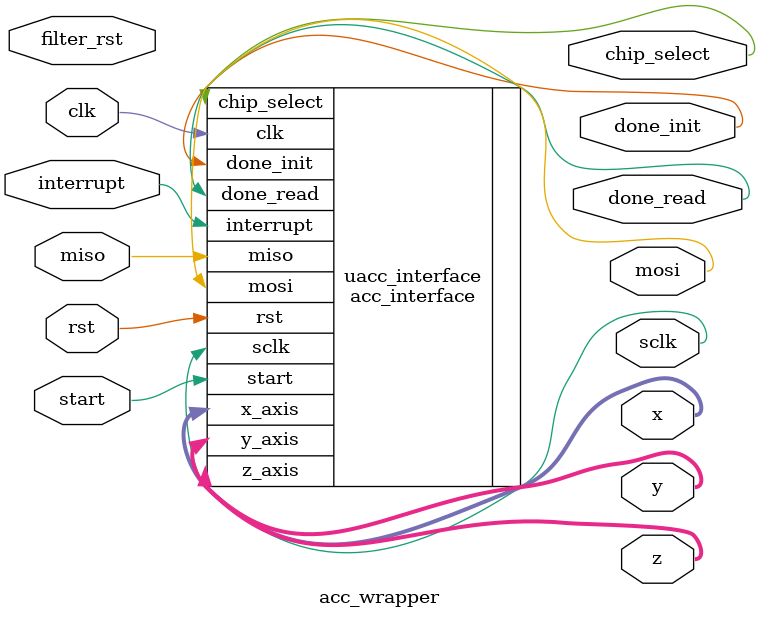
<source format=v>
`timescale 1ns / 1ps


module acc_wrapper(
    input wire clk,
    input wire rst,
    input wire filter_rst,
    input wire interrupt,
    input wire start,
    input wire miso,
    output wire mosi,
    output wire sclk,
    output wire chip_select,
    output wire signed [15:0] x,
    output wire signed [15:0] y,
    output wire signed [15:0] z,
    output wire done_init,
    output wire done_read
    );
    
    acc_interface uacc_interface(
        .clk(clk),
        .rst(rst),
        .interrupt(interrupt),
        .start(start),
        .miso(miso),
        .mosi(mosi),
        .sclk(sclk),
        .chip_select(chip_select),
        .x_axis(x),
        .y_axis(y),
        .z_axis(z),
        .done_init(done_init),
        .done_read(done_read)
    );    
endmodule

</source>
